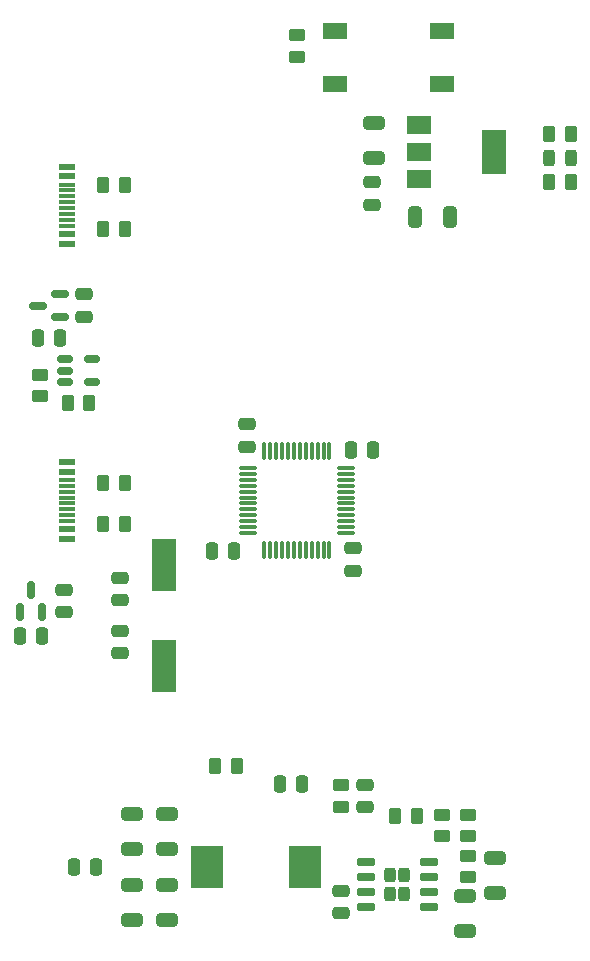
<source format=gtp>
%TF.GenerationSoftware,KiCad,Pcbnew,6.0.2+dfsg-1*%
%TF.CreationDate,2025-09-20T14:23:43+02:00*%
%TF.ProjectId,Alchemy,416c6368-656d-4792-9e6b-696361645f70,rev?*%
%TF.SameCoordinates,Original*%
%TF.FileFunction,Paste,Top*%
%TF.FilePolarity,Positive*%
%FSLAX46Y46*%
G04 Gerber Fmt 4.6, Leading zero omitted, Abs format (unit mm)*
G04 Created by KiCad (PCBNEW 6.0.2+dfsg-1) date 2025-09-20 14:23:43*
%MOMM*%
%LPD*%
G01*
G04 APERTURE LIST*
G04 Aperture macros list*
%AMRoundRect*
0 Rectangle with rounded corners*
0 $1 Rounding radius*
0 $2 $3 $4 $5 $6 $7 $8 $9 X,Y pos of 4 corners*
0 Add a 4 corners polygon primitive as box body*
4,1,4,$2,$3,$4,$5,$6,$7,$8,$9,$2,$3,0*
0 Add four circle primitives for the rounded corners*
1,1,$1+$1,$2,$3*
1,1,$1+$1,$4,$5*
1,1,$1+$1,$6,$7*
1,1,$1+$1,$8,$9*
0 Add four rect primitives between the rounded corners*
20,1,$1+$1,$2,$3,$4,$5,0*
20,1,$1+$1,$4,$5,$6,$7,0*
20,1,$1+$1,$6,$7,$8,$9,0*
20,1,$1+$1,$8,$9,$2,$3,0*%
G04 Aperture macros list end*
%ADD10RoundRect,0.250000X-0.475000X0.250000X-0.475000X-0.250000X0.475000X-0.250000X0.475000X0.250000X0*%
%ADD11R,1.450000X0.600000*%
%ADD12R,1.450000X0.300000*%
%ADD13RoundRect,0.243750X0.243750X0.456250X-0.243750X0.456250X-0.243750X-0.456250X0.243750X-0.456250X0*%
%ADD14R,2.100000X1.400000*%
%ADD15RoundRect,0.250000X-0.262500X-0.450000X0.262500X-0.450000X0.262500X0.450000X-0.262500X0.450000X0*%
%ADD16RoundRect,0.250000X0.475000X-0.250000X0.475000X0.250000X-0.475000X0.250000X-0.475000X-0.250000X0*%
%ADD17RoundRect,0.250000X0.262500X0.450000X-0.262500X0.450000X-0.262500X-0.450000X0.262500X-0.450000X0*%
%ADD18R,2.700000X3.600000*%
%ADD19RoundRect,0.250000X-0.650000X0.325000X-0.650000X-0.325000X0.650000X-0.325000X0.650000X0.325000X0*%
%ADD20RoundRect,0.250000X-0.450000X0.262500X-0.450000X-0.262500X0.450000X-0.262500X0.450000X0.262500X0*%
%ADD21RoundRect,0.250000X0.250000X0.475000X-0.250000X0.475000X-0.250000X-0.475000X0.250000X-0.475000X0*%
%ADD22RoundRect,0.250000X0.650000X-0.325000X0.650000X0.325000X-0.650000X0.325000X-0.650000X-0.325000X0*%
%ADD23RoundRect,0.250000X-0.250000X-0.475000X0.250000X-0.475000X0.250000X0.475000X-0.250000X0.475000X0*%
%ADD24RoundRect,0.250000X0.450000X-0.262500X0.450000X0.262500X-0.450000X0.262500X-0.450000X-0.262500X0*%
%ADD25RoundRect,0.150000X0.587500X0.150000X-0.587500X0.150000X-0.587500X-0.150000X0.587500X-0.150000X0*%
%ADD26RoundRect,0.075000X-0.662500X-0.075000X0.662500X-0.075000X0.662500X0.075000X-0.662500X0.075000X0*%
%ADD27RoundRect,0.075000X-0.075000X-0.662500X0.075000X-0.662500X0.075000X0.662500X-0.075000X0.662500X0*%
%ADD28R,2.000000X1.500000*%
%ADD29R,2.000000X3.800000*%
%ADD30RoundRect,0.150000X-0.512500X-0.150000X0.512500X-0.150000X0.512500X0.150000X-0.512500X0.150000X0*%
%ADD31R,2.000000X4.500000*%
%ADD32RoundRect,0.242500X0.242500X0.382500X-0.242500X0.382500X-0.242500X-0.382500X0.242500X-0.382500X0*%
%ADD33RoundRect,0.150000X0.650000X0.150000X-0.650000X0.150000X-0.650000X-0.150000X0.650000X-0.150000X0*%
%ADD34RoundRect,0.150000X0.150000X-0.587500X0.150000X0.587500X-0.150000X0.587500X-0.150000X-0.587500X0*%
%ADD35RoundRect,0.250000X-0.325000X-0.650000X0.325000X-0.650000X0.325000X0.650000X-0.325000X0.650000X0*%
G04 APERTURE END LIST*
D10*
X154250000Y-101550000D03*
X154250000Y-103450000D03*
X131500000Y-80050000D03*
X131500000Y-81950000D03*
D11*
X130045000Y-69250000D03*
X130045000Y-70050000D03*
D12*
X130045000Y-71250000D03*
X130045000Y-72250000D03*
X130045000Y-72750000D03*
X130045000Y-73750000D03*
D11*
X130045000Y-74950000D03*
X130045000Y-75750000D03*
X130045000Y-75750000D03*
X130045000Y-74950000D03*
D12*
X130045000Y-74250000D03*
X130045000Y-73250000D03*
X130045000Y-71750000D03*
X130045000Y-70750000D03*
D11*
X130045000Y-70050000D03*
X130045000Y-69250000D03*
D13*
X172687500Y-68500000D03*
X170812500Y-68500000D03*
D14*
X161800000Y-62250000D03*
X152700000Y-62250000D03*
X161800000Y-57750000D03*
X152700000Y-57750000D03*
D15*
X133087500Y-99500000D03*
X134912500Y-99500000D03*
X133087500Y-96000000D03*
X134912500Y-96000000D03*
D16*
X155250000Y-123450000D03*
X155250000Y-121550000D03*
D17*
X172662500Y-66500000D03*
X170837500Y-66500000D03*
D18*
X150150000Y-128500000D03*
X141850000Y-128500000D03*
D19*
X138500000Y-124025000D03*
X138500000Y-126975000D03*
D20*
X161750000Y-124087500D03*
X161750000Y-125912500D03*
D21*
X149950000Y-121500000D03*
X148050000Y-121500000D03*
D10*
X134500000Y-104050000D03*
X134500000Y-105950000D03*
D22*
X138500000Y-132975000D03*
X138500000Y-130025000D03*
D23*
X127550000Y-83750000D03*
X129450000Y-83750000D03*
D20*
X164000000Y-127587500D03*
X164000000Y-129412500D03*
D17*
X144412500Y-120000000D03*
X142587500Y-120000000D03*
D22*
X135500000Y-132975000D03*
X135500000Y-130025000D03*
D15*
X133087500Y-74500000D03*
X134912500Y-74500000D03*
D24*
X153250000Y-123412500D03*
X153250000Y-121587500D03*
D21*
X127950000Y-109000000D03*
X126050000Y-109000000D03*
D25*
X129437500Y-81950000D03*
X129437500Y-80050000D03*
X127562500Y-81000000D03*
D10*
X155875000Y-70550000D03*
X155875000Y-72450000D03*
D16*
X145250000Y-92950000D03*
X145250000Y-91050000D03*
D24*
X127750000Y-88662500D03*
X127750000Y-86837500D03*
D15*
X170837500Y-70500000D03*
X172662500Y-70500000D03*
D20*
X149500000Y-58087500D03*
X149500000Y-59912500D03*
D11*
X130045000Y-94250000D03*
X130045000Y-95050000D03*
D12*
X130045000Y-96250000D03*
X130045000Y-97250000D03*
X130045000Y-97750000D03*
X130045000Y-98750000D03*
D11*
X130045000Y-99950000D03*
X130045000Y-100750000D03*
X130045000Y-100750000D03*
X130045000Y-99950000D03*
D12*
X130045000Y-99250000D03*
X130045000Y-98250000D03*
X130045000Y-96750000D03*
X130045000Y-95750000D03*
D11*
X130045000Y-95050000D03*
X130045000Y-94250000D03*
D19*
X135500000Y-124025000D03*
X135500000Y-126975000D03*
D22*
X156000000Y-68475000D03*
X156000000Y-65525000D03*
D26*
X145337500Y-94750000D03*
X145337500Y-95250000D03*
X145337500Y-95750000D03*
X145337500Y-96250000D03*
X145337500Y-96750000D03*
X145337500Y-97250000D03*
X145337500Y-97750000D03*
X145337500Y-98250000D03*
X145337500Y-98750000D03*
X145337500Y-99250000D03*
X145337500Y-99750000D03*
X145337500Y-100250000D03*
D27*
X146750000Y-101662500D03*
X147250000Y-101662500D03*
X147750000Y-101662500D03*
X148250000Y-101662500D03*
X148750000Y-101662500D03*
X149250000Y-101662500D03*
X149750000Y-101662500D03*
X150250000Y-101662500D03*
X150750000Y-101662500D03*
X151250000Y-101662500D03*
X151750000Y-101662500D03*
X152250000Y-101662500D03*
D26*
X153662500Y-100250000D03*
X153662500Y-99750000D03*
X153662500Y-99250000D03*
X153662500Y-98750000D03*
X153662500Y-98250000D03*
X153662500Y-97750000D03*
X153662500Y-97250000D03*
X153662500Y-96750000D03*
X153662500Y-96250000D03*
X153662500Y-95750000D03*
X153662500Y-95250000D03*
X153662500Y-94750000D03*
D27*
X152250000Y-93337500D03*
X151750000Y-93337500D03*
X151250000Y-93337500D03*
X150750000Y-93337500D03*
X150250000Y-93337500D03*
X149750000Y-93337500D03*
X149250000Y-93337500D03*
X148750000Y-93337500D03*
X148250000Y-93337500D03*
X147750000Y-93337500D03*
X147250000Y-93337500D03*
X146750000Y-93337500D03*
D23*
X130600000Y-128500000D03*
X132500000Y-128500000D03*
D28*
X159850000Y-65700000D03*
X159850000Y-68000000D03*
D29*
X166150000Y-68000000D03*
D28*
X159850000Y-70300000D03*
D16*
X134500000Y-110450000D03*
X134500000Y-108550000D03*
D10*
X129750000Y-105050000D03*
X129750000Y-106950000D03*
D17*
X159662500Y-124250000D03*
X157837500Y-124250000D03*
D30*
X129862500Y-85550000D03*
X129862500Y-86500000D03*
X129862500Y-87450000D03*
X132137500Y-87450000D03*
X132137500Y-85550000D03*
D20*
X164000000Y-124087500D03*
X164000000Y-125912500D03*
D17*
X131912500Y-89250000D03*
X130087500Y-89250000D03*
D31*
X138250000Y-103000000D03*
X138250000Y-111500000D03*
D10*
X153250000Y-130550000D03*
X153250000Y-132450000D03*
D32*
X158600000Y-129225000D03*
X158600000Y-130775000D03*
X157400000Y-129225000D03*
X157400000Y-130775000D03*
D33*
X160650000Y-131905000D03*
X160650000Y-130635000D03*
X160650000Y-129365000D03*
X160650000Y-128095000D03*
X155350000Y-128095000D03*
X155350000Y-129365000D03*
X155350000Y-130635000D03*
X155350000Y-131905000D03*
D15*
X133087500Y-70750000D03*
X134912500Y-70750000D03*
D34*
X126050000Y-106937500D03*
X127950000Y-106937500D03*
X127000000Y-105062500D03*
D21*
X144200000Y-101750000D03*
X142300000Y-101750000D03*
D19*
X166250000Y-127775000D03*
X166250000Y-130725000D03*
D23*
X154050000Y-93250000D03*
X155950000Y-93250000D03*
D22*
X163750000Y-133975000D03*
X163750000Y-131025000D03*
D35*
X159525000Y-73500000D03*
X162475000Y-73500000D03*
M02*

</source>
